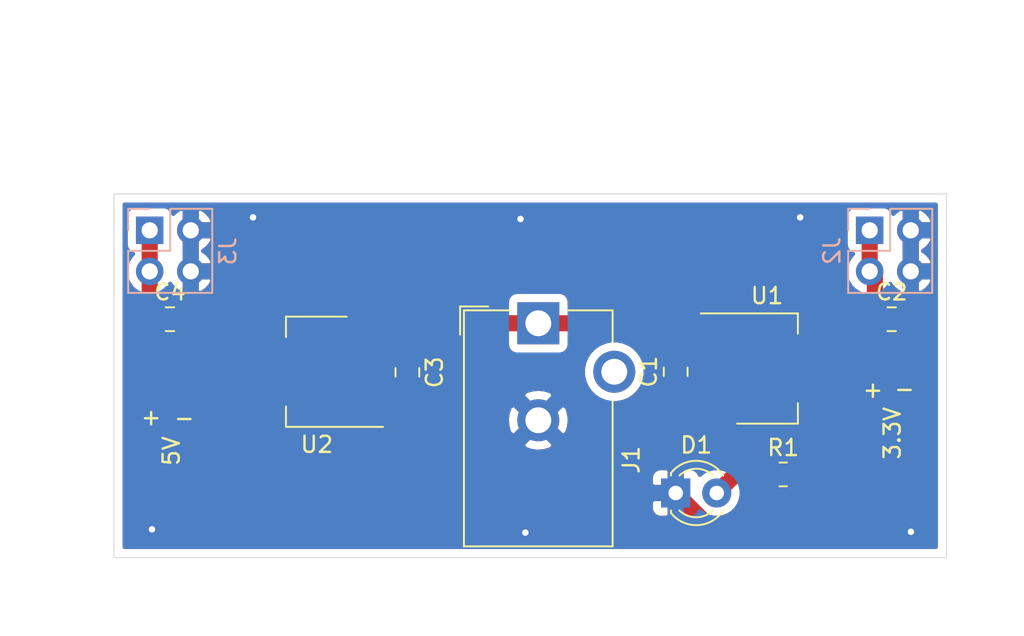
<source format=kicad_pcb>
(kicad_pcb (version 20171130) (host pcbnew "(5.1.10)-1")

  (general
    (thickness 1.6)
    (drawings 12)
    (tracks 43)
    (zones 0)
    (modules 11)
    (nets 6)
  )

  (page A4)
  (layers
    (0 F.Cu signal)
    (31 B.Cu signal)
    (32 B.Adhes user)
    (33 F.Adhes user)
    (34 B.Paste user)
    (35 F.Paste user)
    (36 B.SilkS user)
    (37 F.SilkS user)
    (38 B.Mask user)
    (39 F.Mask user)
    (40 Dwgs.User user)
    (41 Cmts.User user)
    (42 Eco1.User user)
    (43 Eco2.User user)
    (44 Edge.Cuts user)
    (45 Margin user)
    (46 B.CrtYd user)
    (47 F.CrtYd user)
    (48 B.Fab user)
    (49 F.Fab user)
  )

  (setup
    (last_trace_width 0.25)
    (trace_clearance 0.2)
    (zone_clearance 0.508)
    (zone_45_only no)
    (trace_min 0.2)
    (via_size 0.8)
    (via_drill 0.4)
    (via_min_size 0.4)
    (via_min_drill 0.3)
    (uvia_size 0.3)
    (uvia_drill 0.1)
    (uvias_allowed no)
    (uvia_min_size 0.2)
    (uvia_min_drill 0.1)
    (edge_width 0.05)
    (segment_width 0.2)
    (pcb_text_width 0.3)
    (pcb_text_size 1.5 1.5)
    (mod_edge_width 0.12)
    (mod_text_size 1 1)
    (mod_text_width 0.15)
    (pad_size 1.8 1.8)
    (pad_drill 0.9)
    (pad_to_mask_clearance 0)
    (aux_axis_origin 0 0)
    (visible_elements 7FFFFFFF)
    (pcbplotparams
      (layerselection 0x010fc_ffffffff)
      (usegerberextensions false)
      (usegerberattributes true)
      (usegerberadvancedattributes true)
      (creategerberjobfile true)
      (excludeedgelayer true)
      (linewidth 0.100000)
      (plotframeref false)
      (viasonmask false)
      (mode 1)
      (useauxorigin false)
      (hpglpennumber 1)
      (hpglpenspeed 20)
      (hpglpendiameter 15.000000)
      (psnegative false)
      (psa4output false)
      (plotreference true)
      (plotvalue true)
      (plotinvisibletext false)
      (padsonsilk false)
      (subtractmaskfromsilk false)
      (outputformat 1)
      (mirror false)
      (drillshape 1)
      (scaleselection 1)
      (outputdirectory ""))
  )

  (net 0 "")
  (net 1 "Net-(C1-Pad1)")
  (net 2 GND)
  (net 3 "Net-(C4-Pad1)")
  (net 4 "Net-(D1-Pad2)")
  (net 5 "Net-(C2-Pad1)")

  (net_class Default "This is the default net class."
    (clearance 0.2)
    (trace_width 0.25)
    (via_dia 0.8)
    (via_drill 0.4)
    (uvia_dia 0.3)
    (uvia_drill 0.1)
    (add_net GND)
    (add_net "Net-(C1-Pad1)")
    (add_net "Net-(C2-Pad1)")
    (add_net "Net-(C4-Pad1)")
    (add_net "Net-(D1-Pad2)")
  )

  (module Capacitor_SMD:C_0805_2012Metric_Pad1.18x1.45mm_HandSolder (layer F.Cu) (tedit 5F68FEEF) (tstamp 60B6AF5F)
    (at 163.5 92 90)
    (descr "Capacitor SMD 0805 (2012 Metric), square (rectangular) end terminal, IPC_7351 nominal with elongated pad for handsoldering. (Body size source: IPC-SM-782 page 76, https://www.pcb-3d.com/wordpress/wp-content/uploads/ipc-sm-782a_amendment_1_and_2.pdf, https://docs.google.com/spreadsheets/d/1BsfQQcO9C6DZCsRaXUlFlo91Tg2WpOkGARC1WS5S8t0/edit?usp=sharing), generated with kicad-footprint-generator")
    (tags "capacitor handsolder")
    (path /60B6D556)
    (attr smd)
    (fp_text reference C1 (at 0 -1.68 90) (layer F.SilkS)
      (effects (font (size 1 1) (thickness 0.15)))
    )
    (fp_text value 10uF (at 0 1.68 90) (layer F.Fab)
      (effects (font (size 1 1) (thickness 0.15)))
    )
    (fp_line (start -1 0.625) (end -1 -0.625) (layer F.Fab) (width 0.1))
    (fp_line (start -1 -0.625) (end 1 -0.625) (layer F.Fab) (width 0.1))
    (fp_line (start 1 -0.625) (end 1 0.625) (layer F.Fab) (width 0.1))
    (fp_line (start 1 0.625) (end -1 0.625) (layer F.Fab) (width 0.1))
    (fp_line (start -0.261252 -0.735) (end 0.261252 -0.735) (layer F.SilkS) (width 0.12))
    (fp_line (start -0.261252 0.735) (end 0.261252 0.735) (layer F.SilkS) (width 0.12))
    (fp_line (start -1.88 0.98) (end -1.88 -0.98) (layer F.CrtYd) (width 0.05))
    (fp_line (start -1.88 -0.98) (end 1.88 -0.98) (layer F.CrtYd) (width 0.05))
    (fp_line (start 1.88 -0.98) (end 1.88 0.98) (layer F.CrtYd) (width 0.05))
    (fp_line (start 1.88 0.98) (end -1.88 0.98) (layer F.CrtYd) (width 0.05))
    (fp_text user %R (at 0 0 90) (layer F.Fab)
      (effects (font (size 0.5 0.5) (thickness 0.08)))
    )
    (pad 1 smd roundrect (at -1.0375 0 90) (size 1.175 1.45) (layers F.Cu F.Paste F.Mask) (roundrect_rratio 0.212766)
      (net 1 "Net-(C1-Pad1)"))
    (pad 2 smd roundrect (at 1.0375 0 90) (size 1.175 1.45) (layers F.Cu F.Paste F.Mask) (roundrect_rratio 0.212766)
      (net 2 GND))
    (model ${KISYS3DMOD}/Capacitor_SMD.3dshapes/C_0805_2012Metric.wrl
      (at (xyz 0 0 0))
      (scale (xyz 1 1 1))
      (rotate (xyz 0 0 0))
    )
  )

  (module Capacitor_SMD:C_0805_2012Metric_Pad1.18x1.45mm_HandSolder (layer F.Cu) (tedit 5F68FEEF) (tstamp 60B6AF70)
    (at 176.8625 88.75)
    (descr "Capacitor SMD 0805 (2012 Metric), square (rectangular) end terminal, IPC_7351 nominal with elongated pad for handsoldering. (Body size source: IPC-SM-782 page 76, https://www.pcb-3d.com/wordpress/wp-content/uploads/ipc-sm-782a_amendment_1_and_2.pdf, https://docs.google.com/spreadsheets/d/1BsfQQcO9C6DZCsRaXUlFlo91Tg2WpOkGARC1WS5S8t0/edit?usp=sharing), generated with kicad-footprint-generator")
    (tags "capacitor handsolder")
    (path /60B6F9B7)
    (attr smd)
    (fp_text reference C2 (at 0 -1.68) (layer F.SilkS)
      (effects (font (size 1 1) (thickness 0.15)))
    )
    (fp_text value 22uF (at 0 1.68) (layer F.Fab)
      (effects (font (size 1 1) (thickness 0.15)))
    )
    (fp_line (start 1.88 0.98) (end -1.88 0.98) (layer F.CrtYd) (width 0.05))
    (fp_line (start 1.88 -0.98) (end 1.88 0.98) (layer F.CrtYd) (width 0.05))
    (fp_line (start -1.88 -0.98) (end 1.88 -0.98) (layer F.CrtYd) (width 0.05))
    (fp_line (start -1.88 0.98) (end -1.88 -0.98) (layer F.CrtYd) (width 0.05))
    (fp_line (start -0.261252 0.735) (end 0.261252 0.735) (layer F.SilkS) (width 0.12))
    (fp_line (start -0.261252 -0.735) (end 0.261252 -0.735) (layer F.SilkS) (width 0.12))
    (fp_line (start 1 0.625) (end -1 0.625) (layer F.Fab) (width 0.1))
    (fp_line (start 1 -0.625) (end 1 0.625) (layer F.Fab) (width 0.1))
    (fp_line (start -1 -0.625) (end 1 -0.625) (layer F.Fab) (width 0.1))
    (fp_line (start -1 0.625) (end -1 -0.625) (layer F.Fab) (width 0.1))
    (fp_text user %R (at 0 0) (layer F.Fab)
      (effects (font (size 0.5 0.5) (thickness 0.08)))
    )
    (pad 2 smd roundrect (at 1.0375 0) (size 1.175 1.45) (layers F.Cu F.Paste F.Mask) (roundrect_rratio 0.212766)
      (net 2 GND))
    (pad 1 smd roundrect (at -1.0375 0) (size 1.175 1.45) (layers F.Cu F.Paste F.Mask) (roundrect_rratio 0.212766)
      (net 5 "Net-(C2-Pad1)"))
    (model ${KISYS3DMOD}/Capacitor_SMD.3dshapes/C_0805_2012Metric.wrl
      (at (xyz 0 0 0))
      (scale (xyz 1 1 1))
      (rotate (xyz 0 0 0))
    )
  )

  (module Capacitor_SMD:C_0805_2012Metric_Pad1.18x1.45mm_HandSolder (layer F.Cu) (tedit 5F68FEEF) (tstamp 60B6AF81)
    (at 146.9 92.0375 270)
    (descr "Capacitor SMD 0805 (2012 Metric), square (rectangular) end terminal, IPC_7351 nominal with elongated pad for handsoldering. (Body size source: IPC-SM-782 page 76, https://www.pcb-3d.com/wordpress/wp-content/uploads/ipc-sm-782a_amendment_1_and_2.pdf, https://docs.google.com/spreadsheets/d/1BsfQQcO9C6DZCsRaXUlFlo91Tg2WpOkGARC1WS5S8t0/edit?usp=sharing), generated with kicad-footprint-generator")
    (tags "capacitor handsolder")
    (path /60B7584B)
    (attr smd)
    (fp_text reference C3 (at 0 -1.68 90) (layer F.SilkS)
      (effects (font (size 1 1) (thickness 0.15)))
    )
    (fp_text value 10uF (at 0 1.68 90) (layer F.Fab)
      (effects (font (size 1 1) (thickness 0.15)))
    )
    (fp_line (start -1 0.625) (end -1 -0.625) (layer F.Fab) (width 0.1))
    (fp_line (start -1 -0.625) (end 1 -0.625) (layer F.Fab) (width 0.1))
    (fp_line (start 1 -0.625) (end 1 0.625) (layer F.Fab) (width 0.1))
    (fp_line (start 1 0.625) (end -1 0.625) (layer F.Fab) (width 0.1))
    (fp_line (start -0.261252 -0.735) (end 0.261252 -0.735) (layer F.SilkS) (width 0.12))
    (fp_line (start -0.261252 0.735) (end 0.261252 0.735) (layer F.SilkS) (width 0.12))
    (fp_line (start -1.88 0.98) (end -1.88 -0.98) (layer F.CrtYd) (width 0.05))
    (fp_line (start -1.88 -0.98) (end 1.88 -0.98) (layer F.CrtYd) (width 0.05))
    (fp_line (start 1.88 -0.98) (end 1.88 0.98) (layer F.CrtYd) (width 0.05))
    (fp_line (start 1.88 0.98) (end -1.88 0.98) (layer F.CrtYd) (width 0.05))
    (fp_text user %R (at 0 0 90) (layer F.Fab)
      (effects (font (size 0.5 0.5) (thickness 0.08)))
    )
    (pad 1 smd roundrect (at -1.0375 0 270) (size 1.175 1.45) (layers F.Cu F.Paste F.Mask) (roundrect_rratio 0.212766)
      (net 1 "Net-(C1-Pad1)"))
    (pad 2 smd roundrect (at 1.0375 0 270) (size 1.175 1.45) (layers F.Cu F.Paste F.Mask) (roundrect_rratio 0.212766)
      (net 2 GND))
    (model ${KISYS3DMOD}/Capacitor_SMD.3dshapes/C_0805_2012Metric.wrl
      (at (xyz 0 0 0))
      (scale (xyz 1 1 1))
      (rotate (xyz 0 0 0))
    )
  )

  (module Capacitor_SMD:C_0805_2012Metric_Pad1.18x1.45mm_HandSolder (layer F.Cu) (tedit 5F68FEEF) (tstamp 60B6AF92)
    (at 132.2125 88.75)
    (descr "Capacitor SMD 0805 (2012 Metric), square (rectangular) end terminal, IPC_7351 nominal with elongated pad for handsoldering. (Body size source: IPC-SM-782 page 76, https://www.pcb-3d.com/wordpress/wp-content/uploads/ipc-sm-782a_amendment_1_and_2.pdf, https://docs.google.com/spreadsheets/d/1BsfQQcO9C6DZCsRaXUlFlo91Tg2WpOkGARC1WS5S8t0/edit?usp=sharing), generated with kicad-footprint-generator")
    (tags "capacitor handsolder")
    (path /60B7606A)
    (attr smd)
    (fp_text reference C4 (at 0 -1.68) (layer F.SilkS)
      (effects (font (size 1 1) (thickness 0.15)))
    )
    (fp_text value 22uF (at 0 1.68) (layer F.Fab)
      (effects (font (size 1 1) (thickness 0.15)))
    )
    (fp_line (start 1.88 0.98) (end -1.88 0.98) (layer F.CrtYd) (width 0.05))
    (fp_line (start 1.88 -0.98) (end 1.88 0.98) (layer F.CrtYd) (width 0.05))
    (fp_line (start -1.88 -0.98) (end 1.88 -0.98) (layer F.CrtYd) (width 0.05))
    (fp_line (start -1.88 0.98) (end -1.88 -0.98) (layer F.CrtYd) (width 0.05))
    (fp_line (start -0.261252 0.735) (end 0.261252 0.735) (layer F.SilkS) (width 0.12))
    (fp_line (start -0.261252 -0.735) (end 0.261252 -0.735) (layer F.SilkS) (width 0.12))
    (fp_line (start 1 0.625) (end -1 0.625) (layer F.Fab) (width 0.1))
    (fp_line (start 1 -0.625) (end 1 0.625) (layer F.Fab) (width 0.1))
    (fp_line (start -1 -0.625) (end 1 -0.625) (layer F.Fab) (width 0.1))
    (fp_line (start -1 0.625) (end -1 -0.625) (layer F.Fab) (width 0.1))
    (fp_text user %R (at 0 0) (layer F.Fab)
      (effects (font (size 0.5 0.5) (thickness 0.08)))
    )
    (pad 2 smd roundrect (at 1.0375 0) (size 1.175 1.45) (layers F.Cu F.Paste F.Mask) (roundrect_rratio 0.212766)
      (net 2 GND))
    (pad 1 smd roundrect (at -1.0375 0) (size 1.175 1.45) (layers F.Cu F.Paste F.Mask) (roundrect_rratio 0.212766)
      (net 3 "Net-(C4-Pad1)"))
    (model ${KISYS3DMOD}/Capacitor_SMD.3dshapes/C_0805_2012Metric.wrl
      (at (xyz 0 0 0))
      (scale (xyz 1 1 1))
      (rotate (xyz 0 0 0))
    )
  )

  (module LED_THT:LED_D3.0mm (layer F.Cu) (tedit 60B8DD41) (tstamp 60B6AFA5)
    (at 163.5 99.5)
    (descr "LED, diameter 3.0mm, 2 pins")
    (tags "LED diameter 3.0mm 2 pins")
    (path /60B9EB8F)
    (fp_text reference D1 (at 1.27 -2.96) (layer F.SilkS)
      (effects (font (size 1 1) (thickness 0.15)))
    )
    (fp_text value LED_ALT (at 1.27 2.96) (layer F.Fab)
      (effects (font (size 1 1) (thickness 0.15)))
    )
    (fp_circle (center 1.27 0) (end 2.77 0) (layer F.Fab) (width 0.1))
    (fp_line (start -0.23 -1.16619) (end -0.23 1.16619) (layer F.Fab) (width 0.1))
    (fp_line (start -0.29 -1.236) (end -0.29 -1.08) (layer F.SilkS) (width 0.12))
    (fp_line (start -0.29 1.08) (end -0.29 1.236) (layer F.SilkS) (width 0.12))
    (fp_line (start -1.15 -2.25) (end -1.15 2.25) (layer F.CrtYd) (width 0.05))
    (fp_line (start -1.15 2.25) (end 3.7 2.25) (layer F.CrtYd) (width 0.05))
    (fp_line (start 3.7 2.25) (end 3.7 -2.25) (layer F.CrtYd) (width 0.05))
    (fp_line (start 3.7 -2.25) (end -1.15 -2.25) (layer F.CrtYd) (width 0.05))
    (fp_arc (start 1.27 0) (end -0.23 -1.16619) (angle 284.3) (layer F.Fab) (width 0.1))
    (fp_arc (start 1.27 0) (end -0.29 -1.235516) (angle 108.8) (layer F.SilkS) (width 0.12))
    (fp_arc (start 1.27 0) (end -0.29 1.235516) (angle -108.8) (layer F.SilkS) (width 0.12))
    (fp_arc (start 1.27 0) (end 0.229039 -1.08) (angle 87.9) (layer F.SilkS) (width 0.12))
    (fp_arc (start 1.27 0) (end 0.229039 1.08) (angle -87.9) (layer F.SilkS) (width 0.12))
    (pad 1 thru_hole rect (at 0 0) (size 1.8 1.8) (drill 0.9) (layers *.Cu *.Mask)
      (net 2 GND))
    (pad 2 thru_hole circle (at 2.54 0) (size 1.8 1.8) (drill 0.9) (layers *.Cu *.Mask)
      (net 4 "Net-(D1-Pad2)"))
    (model ${KISYS3DMOD}/LED_THT.3dshapes/LED_D3.0mm.wrl
      (at (xyz 0 0 0))
      (scale (xyz 1 1 1))
      (rotate (xyz 0 0 0))
    )
  )

  (module Connector_BarrelJack:BarrelJack_CUI_PJ-102AH_Horizontal (layer F.Cu) (tedit 5A1DBF38) (tstamp 60B6AFC7)
    (at 155 89)
    (descr "Thin-pin DC Barrel Jack, https://cdn-shop.adafruit.com/datasheets/21mmdcjackDatasheet.pdf")
    (tags "Power Jack")
    (path /60B65F3A)
    (fp_text reference J1 (at 5.75 8.45 90) (layer F.SilkS)
      (effects (font (size 1 1) (thickness 0.15)))
    )
    (fp_text value "Barrel_Jack(PJ-102AH)" (at -6.15 5.25 90) (layer F.Fab)
      (effects (font (size 1 1) (thickness 0.15)))
    )
    (fp_line (start 1.8 -1.8) (end 1.8 -1.2) (layer F.CrtYd) (width 0.05))
    (fp_line (start 1.8 -1.2) (end 5 -1.2) (layer F.CrtYd) (width 0.05))
    (fp_line (start 5 -1.2) (end 5 1.2) (layer F.CrtYd) (width 0.05))
    (fp_line (start 5 1.2) (end 6.5 1.2) (layer F.CrtYd) (width 0.05))
    (fp_line (start 6.5 1.2) (end 6.5 4.8) (layer F.CrtYd) (width 0.05))
    (fp_line (start 6.5 4.8) (end 5 4.8) (layer F.CrtYd) (width 0.05))
    (fp_line (start 5 4.8) (end 5 14.2) (layer F.CrtYd) (width 0.05))
    (fp_line (start 5 14.2) (end -5 14.2) (layer F.CrtYd) (width 0.05))
    (fp_line (start -5 14.2) (end -5 -1.2) (layer F.CrtYd) (width 0.05))
    (fp_line (start -5 -1.2) (end -1.8 -1.2) (layer F.CrtYd) (width 0.05))
    (fp_line (start -1.8 -1.2) (end -1.8 -1.8) (layer F.CrtYd) (width 0.05))
    (fp_line (start -1.8 -1.8) (end 1.8 -1.8) (layer F.CrtYd) (width 0.05))
    (fp_line (start 4.6 4.8) (end 4.6 13.8) (layer F.SilkS) (width 0.12))
    (fp_line (start 4.6 13.8) (end -4.6 13.8) (layer F.SilkS) (width 0.12))
    (fp_line (start -4.6 13.8) (end -4.6 -0.8) (layer F.SilkS) (width 0.12))
    (fp_line (start -4.6 -0.8) (end -1.8 -0.8) (layer F.SilkS) (width 0.12))
    (fp_line (start 1.8 -0.8) (end 4.6 -0.8) (layer F.SilkS) (width 0.12))
    (fp_line (start 4.6 -0.8) (end 4.6 1.2) (layer F.SilkS) (width 0.12))
    (fp_line (start -4.84 0.7) (end -4.84 -1.04) (layer F.SilkS) (width 0.12))
    (fp_line (start -4.84 -1.04) (end -3.1 -1.04) (layer F.SilkS) (width 0.12))
    (fp_line (start 4.5 -0.7) (end 4.5 13.7) (layer F.Fab) (width 0.1))
    (fp_line (start 4.5 13.7) (end -4.5 13.7) (layer F.Fab) (width 0.1))
    (fp_line (start -4.5 13.7) (end -4.5 0.3) (layer F.Fab) (width 0.1))
    (fp_line (start -4.5 0.3) (end -3.5 -0.7) (layer F.Fab) (width 0.1))
    (fp_line (start -3.5 -0.7) (end 4.5 -0.7) (layer F.Fab) (width 0.1))
    (fp_line (start -4.5 10.2) (end 4.5 10.2) (layer F.Fab) (width 0.1))
    (fp_text user %R (at 0 6.5) (layer F.Fab)
      (effects (font (size 1 1) (thickness 0.15)))
    )
    (pad 1 thru_hole rect (at 0 0) (size 2.6 2.6) (drill 1.6) (layers *.Cu *.Mask)
      (net 1 "Net-(C1-Pad1)"))
    (pad 2 thru_hole circle (at 0 6) (size 2.6 2.6) (drill 1.6) (layers *.Cu *.Mask)
      (net 2 GND))
    (pad 3 thru_hole circle (at 4.7 3) (size 2.6 2.6) (drill 1.6) (layers *.Cu *.Mask))
    (model ${KISYS3DMOD}/Connector_BarrelJack.3dshapes/BarrelJack_CUI_PJ-102AH_Horizontal.wrl
      (at (xyz 0 0 0))
      (scale (xyz 1 1 1))
      (rotate (xyz 0 0 0))
    )
  )

  (module Connector_PinHeader_2.54mm:PinHeader_2x02_P2.54mm_Vertical locked (layer B.Cu) (tedit 59FED5CC) (tstamp 60B6AFE1)
    (at 175.5 83.25 270)
    (descr "Through hole straight pin header, 2x02, 2.54mm pitch, double rows")
    (tags "Through hole pin header THT 2x02 2.54mm double row")
    (path /60B845DE)
    (fp_text reference J2 (at 1.27 2.33 270) (layer B.SilkS)
      (effects (font (size 1 1) (thickness 0.15)) (justify mirror))
    )
    (fp_text value Conn_02x02_Odd_Even (at 1.27 -4.87 270) (layer B.Fab) hide
      (effects (font (size 1 1) (thickness 0.15)) (justify mirror))
    )
    (fp_line (start 0 1.27) (end 3.81 1.27) (layer B.Fab) (width 0.1))
    (fp_line (start 3.81 1.27) (end 3.81 -3.81) (layer B.Fab) (width 0.1))
    (fp_line (start 3.81 -3.81) (end -1.27 -3.81) (layer B.Fab) (width 0.1))
    (fp_line (start -1.27 -3.81) (end -1.27 0) (layer B.Fab) (width 0.1))
    (fp_line (start -1.27 0) (end 0 1.27) (layer B.Fab) (width 0.1))
    (fp_line (start -1.33 -3.87) (end 3.87 -3.87) (layer B.SilkS) (width 0.12))
    (fp_line (start -1.33 -1.27) (end -1.33 -3.87) (layer B.SilkS) (width 0.12))
    (fp_line (start 3.87 1.33) (end 3.87 -3.87) (layer B.SilkS) (width 0.12))
    (fp_line (start -1.33 -1.27) (end 1.27 -1.27) (layer B.SilkS) (width 0.12))
    (fp_line (start 1.27 -1.27) (end 1.27 1.33) (layer B.SilkS) (width 0.12))
    (fp_line (start 1.27 1.33) (end 3.87 1.33) (layer B.SilkS) (width 0.12))
    (fp_line (start -1.33 0) (end -1.33 1.33) (layer B.SilkS) (width 0.12))
    (fp_line (start -1.33 1.33) (end 0 1.33) (layer B.SilkS) (width 0.12))
    (fp_line (start -1.8 1.8) (end -1.8 -4.35) (layer B.CrtYd) (width 0.05))
    (fp_line (start -1.8 -4.35) (end 4.35 -4.35) (layer B.CrtYd) (width 0.05))
    (fp_line (start 4.35 -4.35) (end 4.35 1.8) (layer B.CrtYd) (width 0.05))
    (fp_line (start 4.35 1.8) (end -1.8 1.8) (layer B.CrtYd) (width 0.05))
    (fp_text user %R (at 1.27 -1.27) (layer B.Fab)
      (effects (font (size 1 1) (thickness 0.15)) (justify mirror))
    )
    (pad 1 thru_hole rect (at 0 0 270) (size 1.7 1.7) (drill 1) (layers *.Cu *.Mask)
      (net 5 "Net-(C2-Pad1)"))
    (pad 2 thru_hole oval (at 2.54 0 270) (size 1.7 1.7) (drill 1) (layers *.Cu *.Mask)
      (net 5 "Net-(C2-Pad1)"))
    (pad 3 thru_hole oval (at 0 -2.54 270) (size 1.7 1.7) (drill 1) (layers *.Cu *.Mask)
      (net 2 GND))
    (pad 4 thru_hole oval (at 2.54 -2.54 270) (size 1.7 1.7) (drill 1) (layers *.Cu *.Mask)
      (net 2 GND))
    (model ${KISYS3DMOD}/Connector_PinHeader_2.54mm.3dshapes/PinHeader_2x02_P2.54mm_Vertical.wrl
      (at (xyz 0 0 0))
      (scale (xyz 1 1 1))
      (rotate (xyz 0 0 0))
    )
  )

  (module Connector_PinHeader_2.54mm:PinHeader_2x02_P2.54mm_Vertical locked (layer B.Cu) (tedit 59FED5CC) (tstamp 60B6AFFB)
    (at 130.96 83.25 270)
    (descr "Through hole straight pin header, 2x02, 2.54mm pitch, double rows")
    (tags "Through hole pin header THT 2x02 2.54mm double row")
    (path /60B87FD8)
    (fp_text reference J3 (at 1.3 -4.84 270) (layer B.SilkS)
      (effects (font (size 1 1) (thickness 0.15)) (justify mirror))
    )
    (fp_text value Conn_02x02_Odd_Even (at 1.27 -4.87 270) (layer B.Fab) hide
      (effects (font (size 1 1) (thickness 0.15)) (justify mirror))
    )
    (fp_line (start 4.35 1.8) (end -1.8 1.8) (layer B.CrtYd) (width 0.05))
    (fp_line (start 4.35 -4.35) (end 4.35 1.8) (layer B.CrtYd) (width 0.05))
    (fp_line (start -1.8 -4.35) (end 4.35 -4.35) (layer B.CrtYd) (width 0.05))
    (fp_line (start -1.8 1.8) (end -1.8 -4.35) (layer B.CrtYd) (width 0.05))
    (fp_line (start -1.33 1.33) (end 0 1.33) (layer B.SilkS) (width 0.12))
    (fp_line (start -1.33 0) (end -1.33 1.33) (layer B.SilkS) (width 0.12))
    (fp_line (start 1.27 1.33) (end 3.87 1.33) (layer B.SilkS) (width 0.12))
    (fp_line (start 1.27 -1.27) (end 1.27 1.33) (layer B.SilkS) (width 0.12))
    (fp_line (start -1.33 -1.27) (end 1.27 -1.27) (layer B.SilkS) (width 0.12))
    (fp_line (start 3.87 1.33) (end 3.87 -3.87) (layer B.SilkS) (width 0.12))
    (fp_line (start -1.33 -1.27) (end -1.33 -3.87) (layer B.SilkS) (width 0.12))
    (fp_line (start -1.33 -3.87) (end 3.87 -3.87) (layer B.SilkS) (width 0.12))
    (fp_line (start -1.27 0) (end 0 1.27) (layer B.Fab) (width 0.1))
    (fp_line (start -1.27 -3.81) (end -1.27 0) (layer B.Fab) (width 0.1))
    (fp_line (start 3.81 -3.81) (end -1.27 -3.81) (layer B.Fab) (width 0.1))
    (fp_line (start 3.81 1.27) (end 3.81 -3.81) (layer B.Fab) (width 0.1))
    (fp_line (start 0 1.27) (end 3.81 1.27) (layer B.Fab) (width 0.1))
    (fp_text user %R (at 1.27 -1.27) (layer B.Fab)
      (effects (font (size 1 1) (thickness 0.15)) (justify mirror))
    )
    (pad 4 thru_hole oval (at 2.54 -2.54 270) (size 1.7 1.7) (drill 1) (layers *.Cu *.Mask)
      (net 2 GND))
    (pad 3 thru_hole oval (at 0 -2.54 270) (size 1.7 1.7) (drill 1) (layers *.Cu *.Mask)
      (net 2 GND))
    (pad 2 thru_hole oval (at 2.54 0 270) (size 1.7 1.7) (drill 1) (layers *.Cu *.Mask)
      (net 3 "Net-(C4-Pad1)"))
    (pad 1 thru_hole rect (at 0 0 270) (size 1.7 1.7) (drill 1) (layers *.Cu *.Mask)
      (net 3 "Net-(C4-Pad1)"))
    (model ${KISYS3DMOD}/Connector_PinHeader_2.54mm.3dshapes/PinHeader_2x02_P2.54mm_Vertical.wrl
      (at (xyz 0 0 0))
      (scale (xyz 1 1 1))
      (rotate (xyz 0 0 0))
    )
  )

  (module Resistor_SMD:R_0805_2012Metric_Pad1.20x1.40mm_HandSolder (layer F.Cu) (tedit 5F68FEEE) (tstamp 60B6B00C)
    (at 170.15 98.35)
    (descr "Resistor SMD 0805 (2012 Metric), square (rectangular) end terminal, IPC_7351 nominal with elongated pad for handsoldering. (Body size source: IPC-SM-782 page 72, https://www.pcb-3d.com/wordpress/wp-content/uploads/ipc-sm-782a_amendment_1_and_2.pdf), generated with kicad-footprint-generator")
    (tags "resistor handsolder")
    (path /60B9D1F3)
    (attr smd)
    (fp_text reference R1 (at 0 -1.65) (layer F.SilkS)
      (effects (font (size 1 1) (thickness 0.15)))
    )
    (fp_text value 330 (at 0 1.65) (layer F.Fab)
      (effects (font (size 1 1) (thickness 0.15)))
    )
    (fp_line (start -1 0.625) (end -1 -0.625) (layer F.Fab) (width 0.1))
    (fp_line (start -1 -0.625) (end 1 -0.625) (layer F.Fab) (width 0.1))
    (fp_line (start 1 -0.625) (end 1 0.625) (layer F.Fab) (width 0.1))
    (fp_line (start 1 0.625) (end -1 0.625) (layer F.Fab) (width 0.1))
    (fp_line (start -0.227064 -0.735) (end 0.227064 -0.735) (layer F.SilkS) (width 0.12))
    (fp_line (start -0.227064 0.735) (end 0.227064 0.735) (layer F.SilkS) (width 0.12))
    (fp_line (start -1.85 0.95) (end -1.85 -0.95) (layer F.CrtYd) (width 0.05))
    (fp_line (start -1.85 -0.95) (end 1.85 -0.95) (layer F.CrtYd) (width 0.05))
    (fp_line (start 1.85 -0.95) (end 1.85 0.95) (layer F.CrtYd) (width 0.05))
    (fp_line (start 1.85 0.95) (end -1.85 0.95) (layer F.CrtYd) (width 0.05))
    (fp_text user %R (at 0 0) (layer F.Fab)
      (effects (font (size 0.5 0.5) (thickness 0.08)))
    )
    (pad 1 smd roundrect (at -1 0) (size 1.2 1.4) (layers F.Cu F.Paste F.Mask) (roundrect_rratio 0.208333)
      (net 4 "Net-(D1-Pad2)"))
    (pad 2 smd roundrect (at 1 0) (size 1.2 1.4) (layers F.Cu F.Paste F.Mask) (roundrect_rratio 0.208333)
      (net 5 "Net-(C2-Pad1)"))
    (model ${KISYS3DMOD}/Resistor_SMD.3dshapes/R_0805_2012Metric.wrl
      (at (xyz 0 0 0))
      (scale (xyz 1 1 1))
      (rotate (xyz 0 0 0))
    )
  )

  (module Package_TO_SOT_SMD:SOT-223-3_TabPin2 (layer F.Cu) (tedit 5A02FF57) (tstamp 60B6B022)
    (at 169.15 91.8)
    (descr "module CMS SOT223 4 pins")
    (tags "CMS SOT")
    (path /60B67FB9)
    (attr smd)
    (fp_text reference U1 (at 0 -4.5) (layer F.SilkS)
      (effects (font (size 1 1) (thickness 0.15)))
    )
    (fp_text value AZ1117-3.3TRG1 (at 0 4.5) (layer F.Fab)
      (effects (font (size 1 1) (thickness 0.15)))
    )
    (fp_line (start 1.91 3.41) (end 1.91 2.15) (layer F.SilkS) (width 0.12))
    (fp_line (start 1.91 -3.41) (end 1.91 -2.15) (layer F.SilkS) (width 0.12))
    (fp_line (start 4.4 -3.6) (end -4.4 -3.6) (layer F.CrtYd) (width 0.05))
    (fp_line (start 4.4 3.6) (end 4.4 -3.6) (layer F.CrtYd) (width 0.05))
    (fp_line (start -4.4 3.6) (end 4.4 3.6) (layer F.CrtYd) (width 0.05))
    (fp_line (start -4.4 -3.6) (end -4.4 3.6) (layer F.CrtYd) (width 0.05))
    (fp_line (start -1.85 -2.35) (end -0.85 -3.35) (layer F.Fab) (width 0.1))
    (fp_line (start -1.85 -2.35) (end -1.85 3.35) (layer F.Fab) (width 0.1))
    (fp_line (start -1.85 3.41) (end 1.91 3.41) (layer F.SilkS) (width 0.12))
    (fp_line (start -0.85 -3.35) (end 1.85 -3.35) (layer F.Fab) (width 0.1))
    (fp_line (start -4.1 -3.41) (end 1.91 -3.41) (layer F.SilkS) (width 0.12))
    (fp_line (start -1.85 3.35) (end 1.85 3.35) (layer F.Fab) (width 0.1))
    (fp_line (start 1.85 -3.35) (end 1.85 3.35) (layer F.Fab) (width 0.1))
    (fp_text user %R (at 0 0 90) (layer F.Fab)
      (effects (font (size 0.8 0.8) (thickness 0.12)))
    )
    (pad 2 smd rect (at 3.15 0) (size 2 3.8) (layers F.Cu F.Paste F.Mask)
      (net 5 "Net-(C2-Pad1)"))
    (pad 2 smd rect (at -3.15 0) (size 2 1.5) (layers F.Cu F.Paste F.Mask)
      (net 5 "Net-(C2-Pad1)"))
    (pad 3 smd rect (at -3.15 2.3) (size 2 1.5) (layers F.Cu F.Paste F.Mask)
      (net 1 "Net-(C1-Pad1)"))
    (pad 1 smd rect (at -3.15 -2.3) (size 2 1.5) (layers F.Cu F.Paste F.Mask)
      (net 2 GND))
    (model ${KISYS3DMOD}/Package_TO_SOT_SMD.3dshapes/SOT-223.wrl
      (at (xyz 0 0 0))
      (scale (xyz 1 1 1))
      (rotate (xyz 0 0 0))
    )
  )

  (module Package_TO_SOT_SMD:SOT-223-3_TabPin2 (layer F.Cu) (tedit 5A02FF57) (tstamp 60B6B038)
    (at 141.3 92 180)
    (descr "module CMS SOT223 4 pins")
    (tags "CMS SOT")
    (path /60B69EC4)
    (attr smd)
    (fp_text reference U2 (at 0 -4.5) (layer F.SilkS)
      (effects (font (size 1 1) (thickness 0.15)))
    )
    (fp_text value AZ1117-5.0TRG1 (at 0 4.5) (layer F.Fab)
      (effects (font (size 1 1) (thickness 0.15)))
    )
    (fp_line (start 1.85 -3.35) (end 1.85 3.35) (layer F.Fab) (width 0.1))
    (fp_line (start -1.85 3.35) (end 1.85 3.35) (layer F.Fab) (width 0.1))
    (fp_line (start -4.1 -3.41) (end 1.91 -3.41) (layer F.SilkS) (width 0.12))
    (fp_line (start -0.85 -3.35) (end 1.85 -3.35) (layer F.Fab) (width 0.1))
    (fp_line (start -1.85 3.41) (end 1.91 3.41) (layer F.SilkS) (width 0.12))
    (fp_line (start -1.85 -2.35) (end -1.85 3.35) (layer F.Fab) (width 0.1))
    (fp_line (start -1.85 -2.35) (end -0.85 -3.35) (layer F.Fab) (width 0.1))
    (fp_line (start -4.4 -3.6) (end -4.4 3.6) (layer F.CrtYd) (width 0.05))
    (fp_line (start -4.4 3.6) (end 4.4 3.6) (layer F.CrtYd) (width 0.05))
    (fp_line (start 4.4 3.6) (end 4.4 -3.6) (layer F.CrtYd) (width 0.05))
    (fp_line (start 4.4 -3.6) (end -4.4 -3.6) (layer F.CrtYd) (width 0.05))
    (fp_line (start 1.91 -3.41) (end 1.91 -2.15) (layer F.SilkS) (width 0.12))
    (fp_line (start 1.91 3.41) (end 1.91 2.15) (layer F.SilkS) (width 0.12))
    (fp_text user %R (at 0 0 90) (layer F.Fab)
      (effects (font (size 0.8 0.8) (thickness 0.12)))
    )
    (pad 1 smd rect (at -3.15 -2.3 180) (size 2 1.5) (layers F.Cu F.Paste F.Mask)
      (net 2 GND))
    (pad 3 smd rect (at -3.15 2.3 180) (size 2 1.5) (layers F.Cu F.Paste F.Mask)
      (net 1 "Net-(C1-Pad1)"))
    (pad 2 smd rect (at -3.15 0 180) (size 2 1.5) (layers F.Cu F.Paste F.Mask)
      (net 3 "Net-(C4-Pad1)"))
    (pad 2 smd rect (at 3.15 0 180) (size 2 3.8) (layers F.Cu F.Paste F.Mask)
      (net 3 "Net-(C4-Pad1)"))
    (model ${KISYS3DMOD}/Package_TO_SOT_SMD.3dshapes/SOT-223.wrl
      (at (xyz 0 0 0))
      (scale (xyz 1 1 1))
      (rotate (xyz 0 0 0))
    )
  )

  (gr_text "-\n" (at 133.1 94.85) (layer F.SilkS)
    (effects (font (size 1 1) (thickness 0.15)))
  )
  (gr_text "+\n" (at 131.05 94.8) (layer F.SilkS)
    (effects (font (size 1 1) (thickness 0.15)))
  )
  (gr_text "5V\n" (at 132.3 96.9 90) (layer F.SilkS)
    (effects (font (size 1 1) (thickness 0.15)))
  )
  (gr_text "-\n" (at 177.65 93.05) (layer F.SilkS) (tstamp 60B900CE)
    (effects (font (size 1 1) (thickness 0.15)))
  )
  (gr_text "+\n" (at 175.7 93.1) (layer F.SilkS)
    (effects (font (size 1 1) (thickness 0.15)))
  )
  (gr_text 3.3V (at 176.9 95.8 90) (layer F.SilkS) (tstamp 60B900D4)
    (effects (font (size 1 1) (thickness 0.15)))
  )
  (gr_line (start 128.75 103.5) (end 128.75 81) (layer Edge.Cuts) (width 0.05) (tstamp 60B6C556))
  (gr_line (start 167.25 103.5) (end 128.75 103.5) (layer Edge.Cuts) (width 0.05))
  (gr_line (start 180.25 103.5) (end 167.25 103.5) (layer Edge.Cuts) (width 0.05))
  (gr_line (start 180.25 81) (end 180.25 103.5) (layer Edge.Cuts) (width 0.05))
  (gr_line (start 128.75 81) (end 180.25 81) (layer Edge.Cuts) (width 0.05))
  (dimension 42 (width 0.15) (layer Dwgs.User)
    (gr_text "42.000 mm" (at 154.5 69.7) (layer Dwgs.User)
      (effects (font (size 1 1) (thickness 0.15)))
    )
    (feature1 (pts (xy 175.5 82) (xy 175.5 70.413579)))
    (feature2 (pts (xy 133.5 82) (xy 133.5 70.413579)))
    (crossbar (pts (xy 133.5 71) (xy 175.5 71)))
    (arrow1a (pts (xy 175.5 71) (xy 174.373496 71.586421)))
    (arrow1b (pts (xy 175.5 71) (xy 174.373496 70.413579)))
    (arrow2a (pts (xy 133.5 71) (xy 134.626504 71.586421)))
    (arrow2b (pts (xy 133.5 71) (xy 134.626504 70.413579)))
  )

  (segment (start 164.5625 94.1) (end 163.5 93.0375) (width 1) (layer F.Cu) (net 1))
  (segment (start 166 94.1) (end 164.5625 94.1) (width 1) (layer F.Cu) (net 1))
  (segment (start 159.660002 89) (end 155 89) (width 1) (layer F.Cu) (net 1))
  (segment (start 162 90.75) (end 159.660002 89) (width 1) (layer F.Cu) (net 1))
  (segment (start 162.11875 92.38125) (end 162 90.75) (width 1) (layer F.Cu) (net 1))
  (segment (start 162.775 93.0375) (end 162.11875 92.38125) (width 1) (layer F.Cu) (net 1))
  (segment (start 163.5 93.0375) (end 162.775 93.0375) (width 1) (layer F.Cu) (net 1))
  (segment (start 145.15 89) (end 144.45 89.7) (width 1) (layer F.Cu) (net 1))
  (segment (start 146.9 89.1) (end 147 89) (width 1) (layer F.Cu) (net 1))
  (segment (start 146.9 91) (end 146.9 89.1) (width 1) (layer F.Cu) (net 1))
  (segment (start 147 89) (end 145.15 89) (width 1) (layer F.Cu) (net 1))
  (segment (start 155 89) (end 147 89) (width 1) (layer F.Cu) (net 1))
  (segment (start 178.04 83.25) (end 178.04 85.79) (width 1) (layer F.Cu) (net 2))
  (segment (start 178.04 88.61) (end 177.9 88.75) (width 1) (layer F.Cu) (net 2))
  (segment (start 178.04 85.79) (end 178.04 88.61) (width 1) (layer F.Cu) (net 2))
  (segment (start 163.5 99.5) (end 165.7 101.7) (width 1) (layer F.Cu) (net 2))
  (segment (start 165.7 101.7) (end 176.75 101.7) (width 1) (layer F.Cu) (net 2))
  (segment (start 177.9 100.55) (end 177.9 88.75) (width 1) (layer F.Cu) (net 2))
  (segment (start 176.75 101.7) (end 177.9 100.55) (width 1) (layer F.Cu) (net 2))
  (via (at 171.2 82.45) (size 0.8) (drill 0.4) (layers F.Cu B.Cu) (net 2))
  (via (at 178.05 101.9) (size 0.8) (drill 0.4) (layers F.Cu B.Cu) (net 2))
  (via (at 131.1 101.75) (size 0.8) (drill 0.4) (layers F.Cu B.Cu) (net 2))
  (via (at 137.35 82.45) (size 0.8) (drill 0.4) (layers F.Cu B.Cu) (net 2))
  (via (at 153.9 82.55) (size 0.8) (drill 0.4) (layers F.Cu B.Cu) (net 2))
  (via (at 154.2 101.95) (size 0.8) (drill 0.4) (layers F.Cu B.Cu) (net 2) (tstamp 60B8FFB2))
  (segment (start 144.45 92) (end 138.15 92) (width 1) (layer F.Cu) (net 3))
  (segment (start 131.175 89.475) (end 131.175 88.75) (width 1) (layer F.Cu) (net 3))
  (segment (start 133.7 92) (end 131.175 89.475) (width 1) (layer F.Cu) (net 3))
  (segment (start 130.96 83.25) (end 130.96 85.79) (width 1) (layer F.Cu) (net 3))
  (segment (start 130.96 88.535) (end 131.175 88.75) (width 1) (layer F.Cu) (net 3))
  (segment (start 130.96 85.79) (end 130.96 88.535) (width 1) (layer F.Cu) (net 3))
  (segment (start 138.15 92) (end 133.7 92) (width 1) (layer F.Cu) (net 3))
  (segment (start 167.19 98.35) (end 166.04 99.5) (width 1) (layer F.Cu) (net 4))
  (segment (start 169.15 98.35) (end 167.19 98.35) (width 1) (layer F.Cu) (net 4))
  (segment (start 175.5 83.25) (end 175.5 85.79) (width 1) (layer F.Cu) (net 5))
  (segment (start 175.825 88.75) (end 175.825 89.925) (width 1) (layer F.Cu) (net 5))
  (segment (start 173.95 91.8) (end 171.85 91.8) (width 1) (layer F.Cu) (net 5))
  (segment (start 175.825 89.925) (end 173.95 91.8) (width 1) (layer F.Cu) (net 5))
  (segment (start 175.825 86.115) (end 175.5 85.79) (width 1) (layer F.Cu) (net 5))
  (segment (start 175.825 88.75) (end 175.825 86.115) (width 1) (layer F.Cu) (net 5))
  (segment (start 171.85 91.8) (end 165.55 91.8) (width 1) (layer F.Cu) (net 5))
  (segment (start 171.15 92.95) (end 172.3 91.8) (width 1) (layer F.Cu) (net 5))
  (segment (start 171.15 98.35) (end 171.15 92.95) (width 1) (layer F.Cu) (net 5))

  (zone (net 2) (net_name GND) (layer B.Cu) (tstamp 60B90038) (hatch edge 0.508)
    (connect_pads (clearance 0.508))
    (min_thickness 0.254)
    (fill yes (arc_segments 32) (thermal_gap 0.508) (thermal_bridge_width 1))
    (polygon
      (pts
        (xy 185.05 108.35) (xy 122.266281 107.451664) (xy 121.7 106.4) (xy 123.1 76.35) (xy 184.2 76.25)
      )
    )
    (polygon
      (pts
        (xy 122.266281 107.451664) (xy 122.4 107.7) (xy 122.15 107.45)
      )
    )
    (filled_polygon
      (pts
        (xy 179.590001 102.84) (xy 129.41 102.84) (xy 129.41 100.4) (xy 161.961928 100.4) (xy 161.974188 100.524482)
        (xy 162.010498 100.64418) (xy 162.069463 100.754494) (xy 162.148815 100.851185) (xy 162.245506 100.930537) (xy 162.35582 100.989502)
        (xy 162.475518 101.025812) (xy 162.6 101.038072) (xy 162.96825 101.035) (xy 163.127 100.87625) (xy 163.127 99.873)
        (xy 162.12375 99.873) (xy 161.965 100.03175) (xy 161.961928 100.4) (xy 129.41 100.4) (xy 129.41 98.6)
        (xy 161.961928 98.6) (xy 161.965 98.96825) (xy 162.12375 99.127) (xy 163.127 99.127) (xy 163.127 98.12375)
        (xy 163.873 98.12375) (xy 163.873 99.127) (xy 163.893 99.127) (xy 163.893 99.873) (xy 163.873 99.873)
        (xy 163.873 100.87625) (xy 164.03175 101.035) (xy 164.4 101.038072) (xy 164.524482 101.025812) (xy 164.64418 100.989502)
        (xy 164.754494 100.930537) (xy 164.851185 100.851185) (xy 164.930537 100.754494) (xy 164.989502 100.64418) (xy 164.995056 100.625873)
        (xy 165.061495 100.692312) (xy 165.312905 100.860299) (xy 165.592257 100.976011) (xy 165.888816 101.035) (xy 166.191184 101.035)
        (xy 166.487743 100.976011) (xy 166.767095 100.860299) (xy 167.018505 100.692312) (xy 167.232312 100.478505) (xy 167.400299 100.227095)
        (xy 167.516011 99.947743) (xy 167.575 99.651184) (xy 167.575 99.348816) (xy 167.516011 99.052257) (xy 167.400299 98.772905)
        (xy 167.232312 98.521495) (xy 167.018505 98.307688) (xy 166.767095 98.139701) (xy 166.487743 98.023989) (xy 166.191184 97.965)
        (xy 165.888816 97.965) (xy 165.592257 98.023989) (xy 165.312905 98.139701) (xy 165.061495 98.307688) (xy 164.995056 98.374127)
        (xy 164.989502 98.35582) (xy 164.930537 98.245506) (xy 164.851185 98.148815) (xy 164.754494 98.069463) (xy 164.64418 98.010498)
        (xy 164.524482 97.974188) (xy 164.4 97.961928) (xy 164.03175 97.965) (xy 163.873 98.12375) (xy 163.127 98.12375)
        (xy 162.96825 97.965) (xy 162.6 97.961928) (xy 162.475518 97.974188) (xy 162.35582 98.010498) (xy 162.245506 98.069463)
        (xy 162.148815 98.148815) (xy 162.069463 98.245506) (xy 162.010498 98.35582) (xy 161.974188 98.475518) (xy 161.961928 98.6)
        (xy 129.41 98.6) (xy 129.41 96.498515) (xy 154.028987 96.498515) (xy 154.180122 96.763051) (xy 154.53983 96.889124)
        (xy 154.917221 96.9426) (xy 155.297794 96.921423) (xy 155.666923 96.826407) (xy 155.819878 96.763051) (xy 155.971013 96.498515)
        (xy 155 95.527502) (xy 154.028987 96.498515) (xy 129.41 96.498515) (xy 129.41 94.917221) (xy 153.0574 94.917221)
        (xy 153.078577 95.297794) (xy 153.173593 95.666923) (xy 153.236949 95.819878) (xy 153.501485 95.971013) (xy 154.472498 95)
        (xy 155.527502 95) (xy 156.498515 95.971013) (xy 156.763051 95.819878) (xy 156.889124 95.46017) (xy 156.9426 95.082779)
        (xy 156.921423 94.702206) (xy 156.826407 94.333077) (xy 156.763051 94.180122) (xy 156.498515 94.028987) (xy 155.527502 95)
        (xy 154.472498 95) (xy 153.501485 94.028987) (xy 153.236949 94.180122) (xy 153.110876 94.53983) (xy 153.0574 94.917221)
        (xy 129.41 94.917221) (xy 129.41 93.501485) (xy 154.028987 93.501485) (xy 155 94.472498) (xy 155.971013 93.501485)
        (xy 155.819878 93.236949) (xy 155.46017 93.110876) (xy 155.082779 93.0574) (xy 154.702206 93.078577) (xy 154.333077 93.173593)
        (xy 154.180122 93.236949) (xy 154.028987 93.501485) (xy 129.41 93.501485) (xy 129.41 91.809419) (xy 157.765 91.809419)
        (xy 157.765 92.190581) (xy 157.839361 92.564419) (xy 157.985225 92.916566) (xy 158.196987 93.233491) (xy 158.466509 93.503013)
        (xy 158.783434 93.714775) (xy 159.135581 93.860639) (xy 159.509419 93.935) (xy 159.890581 93.935) (xy 160.264419 93.860639)
        (xy 160.616566 93.714775) (xy 160.933491 93.503013) (xy 161.203013 93.233491) (xy 161.414775 92.916566) (xy 161.560639 92.564419)
        (xy 161.635 92.190581) (xy 161.635 91.809419) (xy 161.560639 91.435581) (xy 161.414775 91.083434) (xy 161.203013 90.766509)
        (xy 160.933491 90.496987) (xy 160.616566 90.285225) (xy 160.264419 90.139361) (xy 159.890581 90.065) (xy 159.509419 90.065)
        (xy 159.135581 90.139361) (xy 158.783434 90.285225) (xy 158.466509 90.496987) (xy 158.196987 90.766509) (xy 157.985225 91.083434)
        (xy 157.839361 91.435581) (xy 157.765 91.809419) (xy 129.41 91.809419) (xy 129.41 87.7) (xy 153.061928 87.7)
        (xy 153.061928 90.3) (xy 153.074188 90.424482) (xy 153.110498 90.54418) (xy 153.169463 90.654494) (xy 153.248815 90.751185)
        (xy 153.345506 90.830537) (xy 153.45582 90.889502) (xy 153.575518 90.925812) (xy 153.7 90.938072) (xy 156.3 90.938072)
        (xy 156.424482 90.925812) (xy 156.54418 90.889502) (xy 156.654494 90.830537) (xy 156.751185 90.751185) (xy 156.830537 90.654494)
        (xy 156.889502 90.54418) (xy 156.925812 90.424482) (xy 156.938072 90.3) (xy 156.938072 87.7) (xy 156.925812 87.575518)
        (xy 156.889502 87.45582) (xy 156.830537 87.345506) (xy 156.751185 87.248815) (xy 156.654494 87.169463) (xy 156.54418 87.110498)
        (xy 156.424482 87.074188) (xy 156.3 87.061928) (xy 153.7 87.061928) (xy 153.575518 87.074188) (xy 153.45582 87.110498)
        (xy 153.345506 87.169463) (xy 153.248815 87.248815) (xy 153.169463 87.345506) (xy 153.110498 87.45582) (xy 153.074188 87.575518)
        (xy 153.061928 87.7) (xy 129.41 87.7) (xy 129.41 82.4) (xy 129.471928 82.4) (xy 129.471928 84.1)
        (xy 129.484188 84.224482) (xy 129.520498 84.34418) (xy 129.579463 84.454494) (xy 129.658815 84.551185) (xy 129.755506 84.630537)
        (xy 129.86582 84.689502) (xy 129.93838 84.711513) (xy 129.806525 84.843368) (xy 129.64401 85.086589) (xy 129.532068 85.356842)
        (xy 129.475 85.64374) (xy 129.475 85.93626) (xy 129.532068 86.223158) (xy 129.64401 86.493411) (xy 129.806525 86.736632)
        (xy 130.013368 86.943475) (xy 130.256589 87.10599) (xy 130.526842 87.217932) (xy 130.81374 87.275) (xy 131.10626 87.275)
        (xy 131.393158 87.217932) (xy 131.663411 87.10599) (xy 131.906632 86.943475) (xy 132.113475 86.736632) (xy 132.234658 86.555269)
        (xy 132.280539 86.637457) (xy 132.469301 86.859078) (xy 132.697672 87.039615) (xy 132.906735 87.151345) (xy 133.127 87.062718)
        (xy 133.127 86.163) (xy 133.873 86.163) (xy 133.873 87.062718) (xy 134.093265 87.151345) (xy 134.302328 87.039615)
        (xy 134.530699 86.859078) (xy 134.719461 86.637457) (xy 134.86136 86.383268) (xy 134.778657 86.163) (xy 133.873 86.163)
        (xy 133.127 86.163) (xy 133.107 86.163) (xy 133.107 85.417) (xy 133.127 85.417) (xy 133.127 83.623)
        (xy 133.873 83.623) (xy 133.873 85.417) (xy 134.778657 85.417) (xy 134.86136 85.196732) (xy 134.719461 84.942543)
        (xy 134.530699 84.720922) (xy 134.302328 84.540385) (xy 134.264185 84.52) (xy 134.302328 84.499615) (xy 134.530699 84.319078)
        (xy 134.719461 84.097457) (xy 134.86136 83.843268) (xy 134.778657 83.623) (xy 133.873 83.623) (xy 133.127 83.623)
        (xy 133.107 83.623) (xy 133.107 82.877) (xy 133.127 82.877) (xy 133.127 81.977282) (xy 133.873 81.977282)
        (xy 133.873 82.877) (xy 134.778657 82.877) (xy 134.86136 82.656732) (xy 134.719461 82.402543) (xy 134.717296 82.4)
        (xy 174.011928 82.4) (xy 174.011928 84.1) (xy 174.024188 84.224482) (xy 174.060498 84.34418) (xy 174.119463 84.454494)
        (xy 174.198815 84.551185) (xy 174.295506 84.630537) (xy 174.40582 84.689502) (xy 174.47838 84.711513) (xy 174.346525 84.843368)
        (xy 174.18401 85.086589) (xy 174.072068 85.356842) (xy 174.015 85.64374) (xy 174.015 85.93626) (xy 174.072068 86.223158)
        (xy 174.18401 86.493411) (xy 174.346525 86.736632) (xy 174.553368 86.943475) (xy 174.796589 87.10599) (xy 175.066842 87.217932)
        (xy 175.35374 87.275) (xy 175.64626 87.275) (xy 175.933158 87.217932) (xy 176.203411 87.10599) (xy 176.446632 86.943475)
        (xy 176.653475 86.736632) (xy 176.774658 86.555269) (xy 176.820539 86.637457) (xy 177.009301 86.859078) (xy 177.237672 87.039615)
        (xy 177.446735 87.151345) (xy 177.667 87.062718) (xy 177.667 86.163) (xy 178.413 86.163) (xy 178.413 87.062718)
        (xy 178.633265 87.151345) (xy 178.842328 87.039615) (xy 179.070699 86.859078) (xy 179.259461 86.637457) (xy 179.40136 86.383268)
        (xy 179.318657 86.163) (xy 178.413 86.163) (xy 177.667 86.163) (xy 177.647 86.163) (xy 177.647 85.417)
        (xy 177.667 85.417) (xy 177.667 83.623) (xy 178.413 83.623) (xy 178.413 85.417) (xy 179.318657 85.417)
        (xy 179.40136 85.196732) (xy 179.259461 84.942543) (xy 179.070699 84.720922) (xy 178.842328 84.540385) (xy 178.804185 84.52)
        (xy 178.842328 84.499615) (xy 179.070699 84.319078) (xy 179.259461 84.097457) (xy 179.40136 83.843268) (xy 179.318657 83.623)
        (xy 178.413 83.623) (xy 177.667 83.623) (xy 177.647 83.623) (xy 177.647 82.877) (xy 177.667 82.877)
        (xy 177.667 81.977282) (xy 178.413 81.977282) (xy 178.413 82.877) (xy 179.318657 82.877) (xy 179.40136 82.656732)
        (xy 179.259461 82.402543) (xy 179.070699 82.180922) (xy 178.842328 82.000385) (xy 178.633265 81.888655) (xy 178.413 81.977282)
        (xy 177.667 81.977282) (xy 177.446735 81.888655) (xy 177.237672 82.000385) (xy 177.009301 82.180922) (xy 176.963447 82.234758)
        (xy 176.939502 82.15582) (xy 176.880537 82.045506) (xy 176.801185 81.948815) (xy 176.704494 81.869463) (xy 176.59418 81.810498)
        (xy 176.474482 81.774188) (xy 176.35 81.761928) (xy 174.65 81.761928) (xy 174.525518 81.774188) (xy 174.40582 81.810498)
        (xy 174.295506 81.869463) (xy 174.198815 81.948815) (xy 174.119463 82.045506) (xy 174.060498 82.15582) (xy 174.024188 82.275518)
        (xy 174.011928 82.4) (xy 134.717296 82.4) (xy 134.530699 82.180922) (xy 134.302328 82.000385) (xy 134.093265 81.888655)
        (xy 133.873 81.977282) (xy 133.127 81.977282) (xy 132.906735 81.888655) (xy 132.697672 82.000385) (xy 132.469301 82.180922)
        (xy 132.423447 82.234758) (xy 132.399502 82.15582) (xy 132.340537 82.045506) (xy 132.261185 81.948815) (xy 132.164494 81.869463)
        (xy 132.05418 81.810498) (xy 131.934482 81.774188) (xy 131.81 81.761928) (xy 130.11 81.761928) (xy 129.985518 81.774188)
        (xy 129.86582 81.810498) (xy 129.755506 81.869463) (xy 129.658815 81.948815) (xy 129.579463 82.045506) (xy 129.520498 82.15582)
        (xy 129.484188 82.275518) (xy 129.471928 82.4) (xy 129.41 82.4) (xy 129.41 81.66) (xy 179.59 81.66)
      )
    )
  )
  (zone (net 2) (net_name GND) (layer F.Cu) (tstamp 60B90035) (hatch edge 0.508)
    (connect_pads (clearance 0.508))
    (min_thickness 0.254)
    (fill yes (arc_segments 32) (thermal_gap 0.508) (thermal_bridge_width 1))
    (polygon
      (pts
        (xy 182.45 78.95) (xy 182.45 105.4) (xy 125.85 104.55) (xy 125.7 78.9)
      )
    )
    (filled_polygon
      (pts
        (xy 179.590001 102.84) (xy 129.41 102.84) (xy 129.41 100.4) (xy 161.961928 100.4) (xy 161.974188 100.524482)
        (xy 162.010498 100.64418) (xy 162.069463 100.754494) (xy 162.148815 100.851185) (xy 162.245506 100.930537) (xy 162.35582 100.989502)
        (xy 162.475518 101.025812) (xy 162.6 101.038072) (xy 162.96825 101.035) (xy 163.127 100.87625) (xy 163.127 99.873)
        (xy 162.12375 99.873) (xy 161.965 100.03175) (xy 161.961928 100.4) (xy 129.41 100.4) (xy 129.41 98.6)
        (xy 161.961928 98.6) (xy 161.965 98.96825) (xy 162.12375 99.127) (xy 163.127 99.127) (xy 163.127 98.12375)
        (xy 162.96825 97.965) (xy 162.6 97.961928) (xy 162.475518 97.974188) (xy 162.35582 98.010498) (xy 162.245506 98.069463)
        (xy 162.148815 98.148815) (xy 162.069463 98.245506) (xy 162.010498 98.35582) (xy 161.974188 98.475518) (xy 161.961928 98.6)
        (xy 129.41 98.6) (xy 129.41 96.498515) (xy 154.028987 96.498515) (xy 154.180122 96.763051) (xy 154.53983 96.889124)
        (xy 154.917221 96.9426) (xy 155.297794 96.921423) (xy 155.666923 96.826407) (xy 155.819878 96.763051) (xy 155.971013 96.498515)
        (xy 155 95.527502) (xy 154.028987 96.498515) (xy 129.41 96.498515) (xy 129.41 95.05) (xy 142.811928 95.05)
        (xy 142.824188 95.174482) (xy 142.860498 95.29418) (xy 142.919463 95.404494) (xy 142.998815 95.501185) (xy 143.095506 95.580537)
        (xy 143.20582 95.639502) (xy 143.325518 95.675812) (xy 143.45 95.688072) (xy 143.91825 95.685) (xy 144.077 95.52625)
        (xy 144.077 94.673) (xy 144.823 94.673) (xy 144.823 95.52625) (xy 144.98175 95.685) (xy 145.45 95.688072)
        (xy 145.574482 95.675812) (xy 145.69418 95.639502) (xy 145.804494 95.580537) (xy 145.901185 95.501185) (xy 145.980537 95.404494)
        (xy 146.039502 95.29418) (xy 146.075812 95.174482) (xy 146.088072 95.05) (xy 146.086204 94.917221) (xy 153.0574 94.917221)
        (xy 153.078577 95.297794) (xy 153.173593 95.666923) (xy 153.236949 95.819878) (xy 153.501485 95.971013) (xy 154.472498 95)
        (xy 155.527502 95) (xy 156.498515 95.971013) (xy 156.763051 95.819878) (xy 156.889124 95.46017) (xy 156.9426 95.082779)
        (xy 156.921423 94.702206) (xy 156.826407 94.333077) (xy 156.763051 94.180122) (xy 156.498515 94.028987) (xy 155.527502 95)
        (xy 154.472498 95) (xy 153.501485 94.028987) (xy 153.236949 94.180122) (xy 153.110876 94.53983) (xy 153.0574 94.917221)
        (xy 146.086204 94.917221) (xy 146.085 94.83175) (xy 145.92625 94.673) (xy 144.823 94.673) (xy 144.077 94.673)
        (xy 142.97375 94.673) (xy 142.815 94.83175) (xy 142.811928 95.05) (xy 129.41 95.05) (xy 129.41 82.4)
        (xy 129.471928 82.4) (xy 129.471928 84.1) (xy 129.484188 84.224482) (xy 129.520498 84.34418) (xy 129.579463 84.454494)
        (xy 129.658815 84.551185) (xy 129.755506 84.630537) (xy 129.825001 84.667683) (xy 129.825001 84.824892) (xy 129.806525 84.843368)
        (xy 129.64401 85.086589) (xy 129.532068 85.356842) (xy 129.475 85.64374) (xy 129.475 85.93626) (xy 129.532068 86.223158)
        (xy 129.64401 86.493411) (xy 129.806525 86.736632) (xy 129.825 86.755107) (xy 129.825001 88.479239) (xy 129.819509 88.535)
        (xy 129.841423 88.757498) (xy 129.906324 88.971446) (xy 129.921587 89.000001) (xy 129.949428 89.052088) (xy 129.949428 89.225)
        (xy 129.966492 89.398254) (xy 130.017028 89.56485) (xy 130.049306 89.625238) (xy 130.056423 89.697498) (xy 130.121324 89.911446)
        (xy 130.226716 90.108623) (xy 130.368551 90.281449) (xy 130.411865 90.316996) (xy 132.858009 92.763141) (xy 132.893551 92.806449)
        (xy 133.066377 92.948284) (xy 133.263553 93.053676) (xy 133.477501 93.118577) (xy 133.644248 93.135) (xy 133.644257 93.135)
        (xy 133.699999 93.14049) (xy 133.755741 93.135) (xy 136.511928 93.135) (xy 136.511928 93.9) (xy 136.524188 94.024482)
        (xy 136.560498 94.14418) (xy 136.619463 94.254494) (xy 136.698815 94.351185) (xy 136.795506 94.430537) (xy 136.90582 94.489502)
        (xy 137.025518 94.525812) (xy 137.15 94.538072) (xy 139.15 94.538072) (xy 139.274482 94.525812) (xy 139.39418 94.489502)
        (xy 139.504494 94.430537) (xy 139.601185 94.351185) (xy 139.680537 94.254494) (xy 139.739502 94.14418) (xy 139.775812 94.024482)
        (xy 139.788072 93.9) (xy 139.788072 93.135) (xy 142.944499 93.135) (xy 142.956809 93.15) (xy 142.919463 93.195506)
        (xy 142.860498 93.30582) (xy 142.824188 93.425518) (xy 142.811928 93.55) (xy 142.815 93.76825) (xy 142.97375 93.927)
        (xy 144.077 93.927) (xy 144.077 93.907) (xy 144.823 93.907) (xy 144.823 93.927) (xy 145.596359 93.927)
        (xy 145.644463 94.016994) (xy 145.723815 94.113685) (xy 145.820506 94.193037) (xy 145.93082 94.252002) (xy 146.050518 94.288312)
        (xy 146.175 94.300572) (xy 146.36825 94.2975) (xy 146.527 94.13875) (xy 146.527 93.448) (xy 147.273 93.448)
        (xy 147.273 94.13875) (xy 147.43175 94.2975) (xy 147.625 94.300572) (xy 147.749482 94.288312) (xy 147.86918 94.252002)
        (xy 147.979494 94.193037) (xy 148.076185 94.113685) (xy 148.155537 94.016994) (xy 148.214502 93.90668) (xy 148.250812 93.786982)
        (xy 148.263072 93.6625) (xy 148.26 93.60675) (xy 148.154735 93.501485) (xy 154.028987 93.501485) (xy 155 94.472498)
        (xy 155.971013 93.501485) (xy 155.819878 93.236949) (xy 155.46017 93.110876) (xy 155.082779 93.0574) (xy 154.702206 93.078577)
        (xy 154.333077 93.173593) (xy 154.180122 93.236949) (xy 154.028987 93.501485) (xy 148.154735 93.501485) (xy 148.10125 93.448)
        (xy 147.273 93.448) (xy 146.527 93.448) (xy 146.507 93.448) (xy 146.507 92.702) (xy 146.527 92.702)
        (xy 146.527 92.682) (xy 147.273 92.682) (xy 147.273 92.702) (xy 148.10125 92.702) (xy 148.26 92.54325)
        (xy 148.263072 92.4875) (xy 148.250812 92.363018) (xy 148.214502 92.24332) (xy 148.155537 92.133006) (xy 148.076185 92.036315)
        (xy 147.996406 91.970842) (xy 148.002962 91.965462) (xy 148.113405 91.830886) (xy 148.195472 91.67735) (xy 148.246008 91.510754)
        (xy 148.263072 91.3375) (xy 148.263072 90.6625) (xy 148.246008 90.489246) (xy 148.195472 90.32265) (xy 148.113405 90.169114)
        (xy 148.085409 90.135) (xy 153.061928 90.135) (xy 153.061928 90.3) (xy 153.074188 90.424482) (xy 153.110498 90.54418)
        (xy 153.169463 90.654494) (xy 153.248815 90.751185) (xy 153.345506 90.830537) (xy 153.45582 90.889502) (xy 153.575518 90.925812)
        (xy 153.7 90.938072) (xy 156.3 90.938072) (xy 156.424482 90.925812) (xy 156.54418 90.889502) (xy 156.654494 90.830537)
        (xy 156.751185 90.751185) (xy 156.830537 90.654494) (xy 156.889502 90.54418) (xy 156.925812 90.424482) (xy 156.938072 90.3)
        (xy 156.938072 90.135) (xy 159.157505 90.135) (xy 159.135581 90.139361) (xy 158.783434 90.285225) (xy 158.466509 90.496987)
        (xy 158.196987 90.766509) (xy 157.985225 91.083434) (xy 157.839361 91.435581) (xy 157.765 91.809419) (xy 157.765 92.190581)
        (xy 157.839361 92.564419) (xy 157.985225 92.916566) (xy 158.196987 93.233491) (xy 158.466509 93.503013) (xy 158.783434 93.714775)
        (xy 159.135581 93.860639) (xy 159.509419 93.935) (xy 159.890581 93.935) (xy 160.264419 93.860639) (xy 160.616566 93.714775)
        (xy 160.933491 93.503013) (xy 161.203013 93.233491) (xy 161.268926 93.134845) (xy 161.276762 93.144393) (xy 161.305939 93.17357)
        (xy 161.372982 93.244123) (xy 161.384909 93.25254) (xy 161.933008 93.80064) (xy 161.968551 93.843949) (xy 162.044989 93.90668)
        (xy 162.141377 93.985784) (xy 162.338553 94.091176) (xy 162.552501 94.156077) (xy 162.624762 94.163194) (xy 162.68515 94.195472)
        (xy 162.851746 94.246008) (xy 163.025 94.263072) (xy 163.120441 94.263072) (xy 163.720508 94.86314) (xy 163.756051 94.906449)
        (xy 163.928877 95.048284) (xy 164.126053 95.153676) (xy 164.340001 95.218577) (xy 164.493421 95.233687) (xy 164.548815 95.301185)
        (xy 164.645506 95.380537) (xy 164.75582 95.439502) (xy 164.875518 95.475812) (xy 165 95.488072) (xy 167 95.488072)
        (xy 167.124482 95.475812) (xy 167.24418 95.439502) (xy 167.354494 95.380537) (xy 167.451185 95.301185) (xy 167.530537 95.204494)
        (xy 167.589502 95.09418) (xy 167.625812 94.974482) (xy 167.638072 94.85) (xy 167.638072 93.35) (xy 167.625812 93.225518)
        (xy 167.589502 93.10582) (xy 167.530537 92.995506) (xy 167.493191 92.95) (xy 167.505501 92.935) (xy 170.010986 92.935)
        (xy 170.009509 92.95) (xy 170.015001 93.005761) (xy 170.015 97.179333) (xy 169.993387 97.161595) (xy 169.839851 97.079528)
        (xy 169.673255 97.028992) (xy 169.500001 97.011928) (xy 168.799999 97.011928) (xy 168.626745 97.028992) (xy 168.460149 97.079528)
        (xy 168.306613 97.161595) (xy 168.241539 97.215) (xy 167.245752 97.215) (xy 167.19 97.209509) (xy 166.967501 97.231423)
        (xy 166.753553 97.296324) (xy 166.556377 97.401716) (xy 166.426856 97.508011) (xy 166.426854 97.508013) (xy 166.383551 97.543551)
        (xy 166.348013 97.586854) (xy 165.969868 97.965) (xy 165.888816 97.965) (xy 165.592257 98.023989) (xy 165.312905 98.139701)
        (xy 165.061495 98.307688) (xy 164.995056 98.374127) (xy 164.989502 98.35582) (xy 164.930537 98.245506) (xy 164.851185 98.148815)
        (xy 164.754494 98.069463) (xy 164.64418 98.010498) (xy 164.524482 97.974188) (xy 164.4 97.961928) (xy 164.03175 97.965)
        (xy 163.873 98.12375) (xy 163.873 99.127) (xy 163.893 99.127) (xy 163.893 99.873) (xy 163.873 99.873)
        (xy 163.873 100.87625) (xy 164.03175 101.035) (xy 164.4 101.038072) (xy 164.524482 101.025812) (xy 164.64418 100.989502)
        (xy 164.754494 100.930537) (xy 164.851185 100.851185) (xy 164.930537 100.754494) (xy 164.989502 100.64418) (xy 164.995056 100.625873)
        (xy 165.061495 100.692312) (xy 165.312905 100.860299) (xy 165.592257 100.976011) (xy 165.888816 101.035) (xy 166.191184 101.035)
        (xy 166.487743 100.976011) (xy 166.767095 100.860299) (xy 167.018505 100.692312) (xy 167.232312 100.478505) (xy 167.400299 100.227095)
        (xy 167.516011 99.947743) (xy 167.575 99.651184) (xy 167.575 99.570132) (xy 167.660132 99.485) (xy 168.241539 99.485)
        (xy 168.306613 99.538405) (xy 168.460149 99.620472) (xy 168.626745 99.671008) (xy 168.799999 99.688072) (xy 169.500001 99.688072)
        (xy 169.673255 99.671008) (xy 169.839851 99.620472) (xy 169.993387 99.538405) (xy 170.127962 99.427962) (xy 170.15 99.401109)
        (xy 170.172038 99.427962) (xy 170.306613 99.538405) (xy 170.460149 99.620472) (xy 170.626745 99.671008) (xy 170.799999 99.688072)
        (xy 171.500001 99.688072) (xy 171.673255 99.671008) (xy 171.839851 99.620472) (xy 171.993387 99.538405) (xy 172.127962 99.427962)
        (xy 172.238405 99.293387) (xy 172.320472 99.139851) (xy 172.371008 98.973255) (xy 172.388072 98.800001) (xy 172.388072 97.899999)
        (xy 172.371008 97.726745) (xy 172.320472 97.560149) (xy 172.285 97.493786) (xy 172.285 94.338072) (xy 173.3 94.338072)
        (xy 173.424482 94.325812) (xy 173.54418 94.289502) (xy 173.654494 94.230537) (xy 173.751185 94.151185) (xy 173.830537 94.054494)
        (xy 173.889502 93.94418) (xy 173.925812 93.824482) (xy 173.938072 93.7) (xy 173.938072 92.939316) (xy 173.95 92.940491)
        (xy 174.005751 92.935) (xy 174.005752 92.935) (xy 174.172499 92.918577) (xy 174.386447 92.853676) (xy 174.583623 92.748284)
        (xy 174.756449 92.606449) (xy 174.791996 92.563135) (xy 176.588141 90.766991) (xy 176.631449 90.731449) (xy 176.773284 90.558623)
        (xy 176.878676 90.361447) (xy 176.943577 90.147499) (xy 176.957592 90.005198) (xy 176.958006 90.005537) (xy 177.06832 90.064502)
        (xy 177.188018 90.100812) (xy 177.3125 90.113072) (xy 177.36825 90.11) (xy 177.527 89.95125) (xy 177.527 89.123)
        (xy 178.273 89.123) (xy 178.273 89.95125) (xy 178.43175 90.11) (xy 178.4875 90.113072) (xy 178.611982 90.100812)
        (xy 178.73168 90.064502) (xy 178.841994 90.005537) (xy 178.938685 89.926185) (xy 179.018037 89.829494) (xy 179.077002 89.71918)
        (xy 179.113312 89.599482) (xy 179.125572 89.475) (xy 179.1225 89.28175) (xy 178.96375 89.123) (xy 178.273 89.123)
        (xy 177.527 89.123) (xy 177.507 89.123) (xy 177.507 88.377) (xy 177.527 88.377) (xy 177.527 87.54875)
        (xy 178.273 87.54875) (xy 178.273 88.377) (xy 178.96375 88.377) (xy 179.1225 88.21825) (xy 179.125572 88.025)
        (xy 179.113312 87.900518) (xy 179.077002 87.78082) (xy 179.018037 87.670506) (xy 178.938685 87.573815) (xy 178.841994 87.494463)
        (xy 178.73168 87.435498) (xy 178.611982 87.399188) (xy 178.4875 87.386928) (xy 178.43175 87.39) (xy 178.273 87.54875)
        (xy 177.527 87.54875) (xy 177.36825 87.39) (xy 177.3125 87.386928) (xy 177.188018 87.399188) (xy 177.06832 87.435498)
        (xy 176.96 87.493397) (xy 176.96 86.801195) (xy 177.009301 86.859078) (xy 177.237672 87.039615) (xy 177.446735 87.151345)
        (xy 177.667 87.062718) (xy 177.667 86.163) (xy 178.413 86.163) (xy 178.413 87.062718) (xy 178.633265 87.151345)
        (xy 178.842328 87.039615) (xy 179.070699 86.859078) (xy 179.259461 86.637457) (xy 179.40136 86.383268) (xy 179.318657 86.163)
        (xy 178.413 86.163) (xy 177.667 86.163) (xy 177.647 86.163) (xy 177.647 85.417) (xy 177.667 85.417)
        (xy 177.667 83.623) (xy 178.413 83.623) (xy 178.413 85.417) (xy 179.318657 85.417) (xy 179.40136 85.196732)
        (xy 179.259461 84.942543) (xy 179.070699 84.720922) (xy 178.842328 84.540385) (xy 178.804185 84.52) (xy 178.842328 84.499615)
        (xy 179.070699 84.319078) (xy 179.259461 84.097457) (xy 179.40136 83.843268) (xy 179.318657 83.623) (xy 178.413 83.623)
        (xy 177.667 83.623) (xy 177.647 83.623) (xy 177.647 82.877) (xy 177.667 82.877) (xy 177.667 81.977282)
        (xy 178.413 81.977282) (xy 178.413 82.877) (xy 179.318657 82.877) (xy 179.40136 82.656732) (xy 179.259461 82.402543)
        (xy 179.070699 82.180922) (xy 178.842328 82.000385) (xy 178.633265 81.888655) (xy 178.413 81.977282) (xy 177.667 81.977282)
        (xy 177.446735 81.888655) (xy 177.237672 82.000385) (xy 177.009301 82.180922) (xy 176.963447 82.234758) (xy 176.939502 82.15582)
        (xy 176.880537 82.045506) (xy 176.801185 81.948815) (xy 176.704494 81.869463) (xy 176.59418 81.810498) (xy 176.474482 81.774188)
        (xy 176.35 81.761928) (xy 174.65 81.761928) (xy 174.525518 81.774188) (xy 174.40582 81.810498) (xy 174.295506 81.869463)
        (xy 174.198815 81.948815) (xy 174.119463 82.045506) (xy 174.060498 82.15582) (xy 174.024188 82.275518) (xy 174.011928 82.4)
        (xy 174.011928 84.1) (xy 174.024188 84.224482) (xy 174.060498 84.34418) (xy 174.119463 84.454494) (xy 174.198815 84.551185)
        (xy 174.295506 84.630537) (xy 174.365001 84.667683) (xy 174.365001 84.824892) (xy 174.346525 84.843368) (xy 174.18401 85.086589)
        (xy 174.072068 85.356842) (xy 174.015 85.64374) (xy 174.015 85.93626) (xy 174.072068 86.223158) (xy 174.18401 86.493411)
        (xy 174.346525 86.736632) (xy 174.553368 86.943475) (xy 174.690001 87.03477) (xy 174.69 87.892172) (xy 174.667028 87.93515)
        (xy 174.616492 88.101746) (xy 174.599428 88.275) (xy 174.599428 89.225) (xy 174.616492 89.398254) (xy 174.646777 89.498091)
        (xy 173.938072 90.206797) (xy 173.938072 89.9) (xy 173.925812 89.775518) (xy 173.889502 89.65582) (xy 173.830537 89.545506)
        (xy 173.751185 89.448815) (xy 173.654494 89.369463) (xy 173.54418 89.310498) (xy 173.424482 89.274188) (xy 173.3 89.261928)
        (xy 171.3 89.261928) (xy 171.175518 89.274188) (xy 171.05582 89.310498) (xy 170.945506 89.369463) (xy 170.848815 89.448815)
        (xy 170.769463 89.545506) (xy 170.710498 89.65582) (xy 170.674188 89.775518) (xy 170.661928 89.9) (xy 170.661928 90.665)
        (xy 167.505501 90.665) (xy 167.493191 90.65) (xy 167.530537 90.604494) (xy 167.589502 90.49418) (xy 167.625812 90.374482)
        (xy 167.638072 90.25) (xy 167.635 90.03175) (xy 167.47625 89.873) (xy 166.373 89.873) (xy 166.373 89.893)
        (xy 165.627 89.893) (xy 165.627 89.873) (xy 164.614267 89.873) (xy 164.579494 89.844463) (xy 164.46918 89.785498)
        (xy 164.349482 89.749188) (xy 164.225 89.736928) (xy 164.03175 89.74) (xy 163.873 89.89875) (xy 163.873 90.5895)
        (xy 163.893 90.5895) (xy 163.893 91.3355) (xy 163.873 91.3355) (xy 163.873 91.3555) (xy 163.182081 91.3555)
        (xy 163.133138 90.683177) (xy 163.128806 90.587165) (xy 163.127 90.579831) (xy 163.127 89.89875) (xy 162.96825 89.74)
        (xy 162.775 89.736928) (xy 162.650518 89.749188) (xy 162.583915 89.769392) (xy 161.220844 88.75) (xy 164.361928 88.75)
        (xy 164.365 88.96825) (xy 164.52375 89.127) (xy 165.627 89.127) (xy 165.627 88.27375) (xy 166.373 88.27375)
        (xy 166.373 89.127) (xy 167.47625 89.127) (xy 167.635 88.96825) (xy 167.638072 88.75) (xy 167.625812 88.625518)
        (xy 167.589502 88.50582) (xy 167.530537 88.395506) (xy 167.451185 88.298815) (xy 167.354494 88.219463) (xy 167.24418 88.160498)
        (xy 167.124482 88.124188) (xy 167 88.111928) (xy 166.53175 88.115) (xy 166.373 88.27375) (xy 165.627 88.27375)
        (xy 165.46825 88.115) (xy 165 88.111928) (xy 164.875518 88.124188) (xy 164.75582 88.160498) (xy 164.645506 88.219463)
        (xy 164.548815 88.298815) (xy 164.469463 88.395506) (xy 164.410498 88.50582) (xy 164.374188 88.625518) (xy 164.361928 88.75)
        (xy 161.220844 88.75) (xy 160.360253 88.106396) (xy 160.293625 88.051716) (xy 160.2216 88.013218) (xy 160.151741 87.970966)
        (xy 160.123214 87.96063) (xy 160.096449 87.946324) (xy 160.018297 87.922617) (xy 159.941537 87.894805) (xy 159.911545 87.890234)
        (xy 159.882501 87.881423) (xy 159.801224 87.873418) (xy 159.720515 87.861116) (xy 159.634438 87.865) (xy 156.938072 87.865)
        (xy 156.938072 87.7) (xy 156.925812 87.575518) (xy 156.889502 87.45582) (xy 156.830537 87.345506) (xy 156.751185 87.248815)
        (xy 156.654494 87.169463) (xy 156.54418 87.110498) (xy 156.424482 87.074188) (xy 156.3 87.061928) (xy 153.7 87.061928)
        (xy 153.575518 87.074188) (xy 153.45582 87.110498) (xy 153.345506 87.169463) (xy 153.248815 87.248815) (xy 153.169463 87.345506)
        (xy 153.110498 87.45582) (xy 153.074188 87.575518) (xy 153.061928 87.7) (xy 153.061928 87.865) (xy 147.055741 87.865)
        (xy 146.999999 87.85951) (xy 146.944258 87.865) (xy 145.205741 87.865) (xy 145.149999 87.85951) (xy 145.094257 87.865)
        (xy 145.094248 87.865) (xy 144.927501 87.881423) (xy 144.713553 87.946324) (xy 144.516377 88.051716) (xy 144.343551 88.193551)
        (xy 144.308004 88.236865) (xy 144.232941 88.311928) (xy 143.45 88.311928) (xy 143.325518 88.324188) (xy 143.20582 88.360498)
        (xy 143.095506 88.419463) (xy 142.998815 88.498815) (xy 142.919463 88.595506) (xy 142.860498 88.70582) (xy 142.824188 88.825518)
        (xy 142.811928 88.95) (xy 142.811928 90.45) (xy 142.824188 90.574482) (xy 142.860498 90.69418) (xy 142.919463 90.804494)
        (xy 142.956809 90.85) (xy 142.944499 90.865) (xy 139.788072 90.865) (xy 139.788072 90.1) (xy 139.775812 89.975518)
        (xy 139.739502 89.85582) (xy 139.680537 89.745506) (xy 139.601185 89.648815) (xy 139.504494 89.569463) (xy 139.39418 89.510498)
        (xy 139.274482 89.474188) (xy 139.15 89.461928) (xy 137.15 89.461928) (xy 137.025518 89.474188) (xy 136.90582 89.510498)
        (xy 136.795506 89.569463) (xy 136.698815 89.648815) (xy 136.619463 89.745506) (xy 136.560498 89.85582) (xy 136.524188 89.975518)
        (xy 136.511928 90.1) (xy 136.511928 90.865) (xy 134.170132 90.865) (xy 133.415131 90.11) (xy 133.623002 90.11)
        (xy 133.623002 89.951252) (xy 133.78175 90.11) (xy 133.8375 90.113072) (xy 133.961982 90.100812) (xy 134.08168 90.064502)
        (xy 134.191994 90.005537) (xy 134.288685 89.926185) (xy 134.368037 89.829494) (xy 134.427002 89.71918) (xy 134.463312 89.599482)
        (xy 134.475572 89.475) (xy 134.4725 89.28175) (xy 134.31375 89.123) (xy 133.623 89.123) (xy 133.623 89.143)
        (xy 132.877 89.143) (xy 132.877 89.123) (xy 132.857 89.123) (xy 132.857 88.377) (xy 132.877 88.377)
        (xy 132.877 87.54875) (xy 133.623 87.54875) (xy 133.623 88.377) (xy 134.31375 88.377) (xy 134.4725 88.21825)
        (xy 134.475572 88.025) (xy 134.463312 87.900518) (xy 134.427002 87.78082) (xy 134.368037 87.670506) (xy 134.288685 87.573815)
        (xy 134.191994 87.494463) (xy 134.08168 87.435498) (xy 133.961982 87.399188) (xy 133.8375 87.386928) (xy 133.78175 87.39)
        (xy 133.623 87.54875) (xy 132.877 87.54875) (xy 132.71825 87.39) (xy 132.6625 87.386928) (xy 132.538018 87.399188)
        (xy 132.41832 87.435498) (xy 132.308006 87.494463) (xy 132.211315 87.573815) (xy 132.145842 87.653594) (xy 132.140462 87.647038)
        (xy 132.095 87.609729) (xy 132.095 86.755107) (xy 132.113475 86.736632) (xy 132.234658 86.555269) (xy 132.280539 86.637457)
        (xy 132.469301 86.859078) (xy 132.697672 87.039615) (xy 132.906735 87.151345) (xy 133.127 87.062718) (xy 133.127 86.163)
        (xy 133.873 86.163) (xy 133.873 87.062718) (xy 134.093265 87.151345) (xy 134.302328 87.039615) (xy 134.530699 86.859078)
        (xy 134.719461 86.637457) (xy 134.86136 86.383268) (xy 134.778657 86.163) (xy 133.873 86.163) (xy 133.127 86.163)
        (xy 133.107 86.163) (xy 133.107 85.417) (xy 133.127 85.417) (xy 133.127 83.623) (xy 133.873 83.623)
        (xy 133.873 85.417) (xy 134.778657 85.417) (xy 134.86136 85.196732) (xy 134.719461 84.942543) (xy 134.530699 84.720922)
        (xy 134.302328 84.540385) (xy 134.264185 84.52) (xy 134.302328 84.499615) (xy 134.530699 84.319078) (xy 134.719461 84.097457)
        (xy 134.86136 83.843268) (xy 134.778657 83.623) (xy 133.873 83.623) (xy 133.127 83.623) (xy 133.107 83.623)
        (xy 133.107 82.877) (xy 133.127 82.877) (xy 133.127 81.977282) (xy 133.873 81.977282) (xy 133.873 82.877)
        (xy 134.778657 82.877) (xy 134.86136 82.656732) (xy 134.719461 82.402543) (xy 134.530699 82.180922) (xy 134.302328 82.000385)
        (xy 134.093265 81.888655) (xy 133.873 81.977282) (xy 133.127 81.977282) (xy 132.906735 81.888655) (xy 132.697672 82.000385)
        (xy 132.469301 82.180922) (xy 132.423447 82.234758) (xy 132.399502 82.15582) (xy 132.340537 82.045506) (xy 132.261185 81.948815)
        (xy 132.164494 81.869463) (xy 132.05418 81.810498) (xy 131.934482 81.774188) (xy 131.81 81.761928) (xy 130.11 81.761928)
        (xy 129.985518 81.774188) (xy 129.86582 81.810498) (xy 129.755506 81.869463) (xy 129.658815 81.948815) (xy 129.579463 82.045506)
        (xy 129.520498 82.15582) (xy 129.484188 82.275518) (xy 129.471928 82.4) (xy 129.41 82.4) (xy 129.41 81.66)
        (xy 179.59 81.66)
      )
    )
  )
)

</source>
